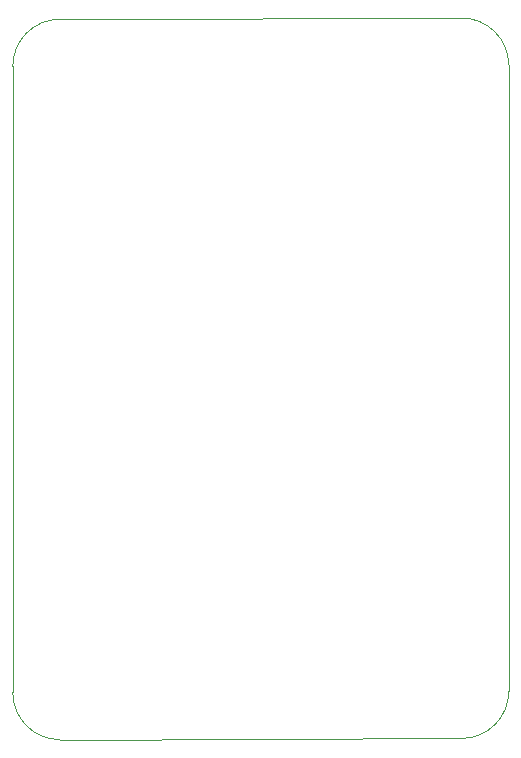
<source format=gm1>
%TF.GenerationSoftware,KiCad,Pcbnew,8.0.1-rc1*%
%TF.CreationDate,2024-12-17T18:19:33-05:00*%
%TF.ProjectId,BNO_BREAKOUT,424e4f5f-4252-4454-914b-4f55542e6b69,rev?*%
%TF.SameCoordinates,Original*%
%TF.FileFunction,Profile,NP*%
%FSLAX46Y46*%
G04 Gerber Fmt 4.6, Leading zero omitted, Abs format (unit mm)*
G04 Created by KiCad (PCBNEW 8.0.1-rc1) date 2024-12-17 18:19:33*
%MOMM*%
%LPD*%
G01*
G04 APERTURE LIST*
%TA.AperFunction,Profile*%
%ADD10C,0.050000*%
%TD*%
G04 APERTURE END LIST*
D10*
X159800000Y-71600000D02*
X159800000Y-124600000D01*
X121800000Y-128700000D02*
G75*
G02*
X117800000Y-124700000I0J4000000D01*
G01*
X117800000Y-71700000D02*
X117800000Y-124700000D01*
X155800000Y-67600000D02*
G75*
G02*
X159800000Y-71600000I0J-4000000D01*
G01*
X159800000Y-124600000D02*
G75*
G02*
X155800000Y-128600000I-4000000J0D01*
G01*
X117800000Y-71700000D02*
G75*
G02*
X121800000Y-67700000I4000000J0D01*
G01*
X121800000Y-67700000D02*
X155800000Y-67600000D01*
X121800000Y-128700000D02*
X155800000Y-128600000D01*
M02*

</source>
